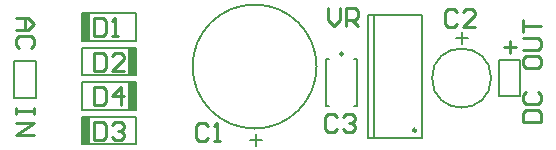
<source format=gto>
G04*
G04 #@! TF.GenerationSoftware,Altium Limited,Altium Designer,21.6.1 (37)*
G04*
G04 Layer_Color=65535*
%FSLAX25Y25*%
%MOIN*%
G70*
G04*
G04 #@! TF.SameCoordinates,932B326A-3B8A-432E-9049-F9347913D85E*
G04*
G04*
G04 #@! TF.FilePolarity,Positive*
G04*
G01*
G75*
%ADD10C,0.00787*%
%ADD11C,0.00984*%
%ADD12C,0.01000*%
%ADD13C,0.00591*%
%ADD14R,0.02622X0.09291*%
G54D10*
X252343Y126000D02*
G03*
X252343Y126000I-9843J0D01*
G01*
X194169Y129842D02*
G03*
X194169Y129842I-20669J0D01*
G01*
X115876Y115354D02*
Y124646D01*
Y115354D02*
X134124D01*
Y124646D01*
X115876D02*
X134124D01*
Y103854D02*
Y113146D01*
X115876D02*
X134124D01*
X115876Y103854D02*
Y113146D01*
Y103854D02*
X134124D01*
X115876Y126854D02*
Y136146D01*
Y126854D02*
X134124D01*
Y136146D01*
X115876D02*
X134124D01*
Y138354D02*
Y147646D01*
X115876D02*
X134124D01*
X115876Y138354D02*
Y147646D01*
Y138354D02*
X134124D01*
X100543Y119457D02*
Y131543D01*
X93457Y119457D02*
X100543D01*
X93457D02*
Y131543D01*
X100543D01*
X254957Y119957D02*
Y132043D01*
X262043D01*
Y119957D02*
Y132043D01*
X254957Y119957D02*
X262043D01*
X213248Y106028D02*
Y146972D01*
X211280Y106027D02*
X229390D01*
Y106028D02*
Y146972D01*
X211280D02*
X229390D01*
X211280Y106028D02*
Y146972D01*
X197382Y116626D02*
X198465D01*
X197382Y132374D02*
X198465D01*
X206535Y116626D02*
X207618D01*
X206535Y132374D02*
X207618D01*
X197382Y116626D02*
Y132374D01*
X207618Y116626D02*
Y132374D01*
G54D11*
X227323Y108587D02*
G03*
X227323Y108587I-492J0D01*
G01*
X202992Y134047D02*
G03*
X202992Y134047I-492J0D01*
G01*
G54D12*
X256500Y136499D02*
X260499D01*
X258499Y138499D02*
Y134500D01*
X198002Y149499D02*
Y145500D01*
X200001Y143501D01*
X202000Y145500D01*
Y149499D01*
X204000Y143501D02*
Y149499D01*
X206999D01*
X207998Y148499D01*
Y146500D01*
X206999Y145500D01*
X204000D01*
X205999D02*
X207998Y143501D01*
X94001Y145994D02*
X98000D01*
X99999Y143994D01*
X98000Y141995D01*
X94001D01*
X97000D01*
Y145994D01*
X98999Y135997D02*
X99999Y136997D01*
Y138996D01*
X98999Y139996D01*
X95001D01*
X94001Y138996D01*
Y136997D01*
X95001Y135997D01*
X99999Y116003D02*
Y114004D01*
Y115004D01*
X94001D01*
Y116003D01*
Y114004D01*
Y111005D02*
X99999D01*
X94001Y107006D01*
X99999D01*
X263001Y111505D02*
X268999D01*
Y114505D01*
X267999Y115504D01*
X264001D01*
X263001Y114505D01*
Y111505D01*
X264001Y121502D02*
X263001Y120503D01*
Y118503D01*
X264001Y117504D01*
X267999D01*
X268999Y118503D01*
Y120503D01*
X267999Y121502D01*
X263001Y132499D02*
Y130499D01*
X264001Y129500D01*
X267999D01*
X268999Y130499D01*
Y132499D01*
X267999Y133498D01*
X264001D01*
X263001Y132499D01*
Y135498D02*
X267999D01*
X268999Y136497D01*
Y138497D01*
X267999Y139497D01*
X263001D01*
Y141496D02*
Y145494D01*
Y143495D01*
X268999D01*
X120002Y122999D02*
Y117001D01*
X123001D01*
X124000Y118001D01*
Y121999D01*
X123001Y122999D01*
X120002D01*
X128999Y117001D02*
Y122999D01*
X126000Y120000D01*
X129998D01*
X120002Y111499D02*
Y105501D01*
X123001D01*
X124000Y106501D01*
Y110499D01*
X123001Y111499D01*
X120002D01*
X126000Y110499D02*
X126999Y111499D01*
X128999D01*
X129998Y110499D01*
Y109500D01*
X128999Y108500D01*
X127999D01*
X128999D01*
X129998Y107500D01*
Y106501D01*
X128999Y105501D01*
X126999D01*
X126000Y106501D01*
X120002Y134499D02*
Y128501D01*
X123001D01*
X124000Y129501D01*
Y133499D01*
X123001Y134499D01*
X120002D01*
X129998Y128501D02*
X126000D01*
X129998Y132500D01*
Y133499D01*
X128999Y134499D01*
X126999D01*
X126000Y133499D01*
X120001Y145999D02*
Y140001D01*
X123000D01*
X124000Y141001D01*
Y144999D01*
X123000Y145999D01*
X120001D01*
X125999Y140001D02*
X127999D01*
X126999D01*
Y145999D01*
X125999Y144999D01*
X201000Y112999D02*
X200001Y113999D01*
X198001D01*
X197002Y112999D01*
Y109001D01*
X198001Y108001D01*
X200001D01*
X201000Y109001D01*
X203000Y112999D02*
X203999Y113999D01*
X205999D01*
X206998Y112999D01*
Y112000D01*
X205999Y111000D01*
X204999D01*
X205999D01*
X206998Y110000D01*
Y109001D01*
X205999Y108001D01*
X203999D01*
X203000Y109001D01*
X241000Y147999D02*
X240001Y148999D01*
X238001D01*
X237002Y147999D01*
Y144001D01*
X238001Y143001D01*
X240001D01*
X241000Y144001D01*
X246998Y143001D02*
X243000D01*
X246998Y147000D01*
Y147999D01*
X245999Y148999D01*
X243999D01*
X243000Y147999D01*
X158000Y109999D02*
X157000Y110999D01*
X155001D01*
X154001Y109999D01*
Y106001D01*
X155001Y105001D01*
X157000D01*
X158000Y106001D01*
X159999Y105001D02*
X161999D01*
X160999D01*
Y110999D01*
X159999Y109999D01*
G54D13*
X242550Y141386D02*
Y137450D01*
X244518Y139418D02*
X240582D01*
X174048Y103500D02*
Y107436D01*
X172080Y105468D02*
X176016D01*
G54D14*
X132811Y120000D02*
D03*
X117189Y108500D02*
D03*
X132811Y131500D02*
D03*
X117189Y143000D02*
D03*
M02*

</source>
